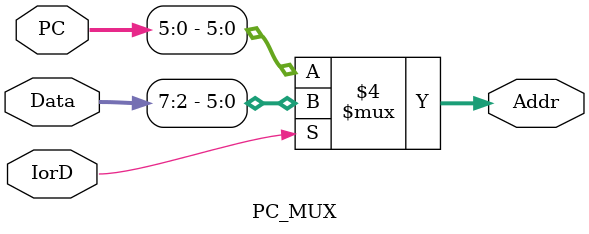
<source format=v>
`timescale 1ns / 1ps

module PC_MUX(
    input IorD,
    input [31:0] PC,
    input [31:0] Data,
    output reg [5:0] Addr
);

always@(*) begin
    if (IorD)
        Addr = Data[7:0] >> 2;
    else
        Addr = PC[5:0];
end

endmodule
</source>
